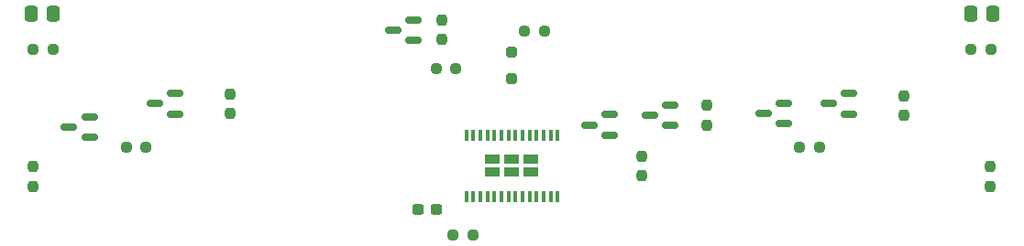
<source format=gbr>
%TF.GenerationSoftware,KiCad,Pcbnew,8.0.0*%
%TF.CreationDate,2024-11-21T20:10:56+00:00*%
%TF.ProjectId,display-board,64697370-6c61-4792-9d62-6f6172642e6b,rev?*%
%TF.SameCoordinates,Original*%
%TF.FileFunction,Paste,Bot*%
%TF.FilePolarity,Positive*%
%FSLAX46Y46*%
G04 Gerber Fmt 4.6, Leading zero omitted, Abs format (unit mm)*
G04 Created by KiCad (PCBNEW 8.0.0) date 2024-11-21 20:10:56*
%MOMM*%
%LPD*%
G01*
G04 APERTURE LIST*
G04 Aperture macros list*
%AMRoundRect*
0 Rectangle with rounded corners*
0 $1 Rounding radius*
0 $2 $3 $4 $5 $6 $7 $8 $9 X,Y pos of 4 corners*
0 Add a 4 corners polygon primitive as box body*
4,1,4,$2,$3,$4,$5,$6,$7,$8,$9,$2,$3,0*
0 Add four circle primitives for the rounded corners*
1,1,$1+$1,$2,$3*
1,1,$1+$1,$4,$5*
1,1,$1+$1,$6,$7*
1,1,$1+$1,$8,$9*
0 Add four rect primitives between the rounded corners*
20,1,$1+$1,$2,$3,$4,$5,0*
20,1,$1+$1,$4,$5,$6,$7,0*
20,1,$1+$1,$6,$7,$8,$9,0*
20,1,$1+$1,$8,$9,$2,$3,0*%
G04 Aperture macros list end*
%ADD10RoundRect,0.237500X0.237500X-0.250000X0.237500X0.250000X-0.237500X0.250000X-0.237500X-0.250000X0*%
%ADD11RoundRect,0.237500X-0.250000X-0.237500X0.250000X-0.237500X0.250000X0.237500X-0.250000X0.237500X0*%
%ADD12RoundRect,0.237500X0.250000X0.237500X-0.250000X0.237500X-0.250000X-0.237500X0.250000X-0.237500X0*%
%ADD13RoundRect,0.250000X-0.337500X-0.475000X0.337500X-0.475000X0.337500X0.475000X-0.337500X0.475000X0*%
%ADD14RoundRect,0.250000X0.337500X0.475000X-0.337500X0.475000X-0.337500X-0.475000X0.337500X-0.475000X0*%
%ADD15RoundRect,0.237500X0.300000X0.237500X-0.300000X0.237500X-0.300000X-0.237500X0.300000X-0.237500X0*%
%ADD16RoundRect,0.237500X-0.237500X0.250000X-0.237500X-0.250000X0.237500X-0.250000X0.237500X0.250000X0*%
%ADD17RoundRect,0.150000X0.587500X0.150000X-0.587500X0.150000X-0.587500X-0.150000X0.587500X-0.150000X0*%
%ADD18RoundRect,0.250000X0.250000X-0.250000X0.250000X0.250000X-0.250000X0.250000X-0.250000X-0.250000X0*%
%ADD19R,1.400000X0.900000*%
%ADD20R,0.400000X1.100000*%
G04 APERTURE END LIST*
D10*
%TO.C,R14*%
X55795000Y-104912500D03*
X55795000Y-103087500D03*
%TD*%
D11*
%TO.C,R13*%
X55782500Y-92200000D03*
X57607500Y-92200000D03*
%TD*%
D10*
%TO.C,R12*%
X144195500Y-103087500D03*
X144195500Y-104912500D03*
%TD*%
D12*
%TO.C,R11*%
X144207500Y-92200000D03*
X142382500Y-92200000D03*
%TD*%
D13*
%TO.C,C3*%
X57632500Y-88900000D03*
X55557500Y-88900000D03*
%TD*%
D14*
%TO.C,C2*%
X144432500Y-88900000D03*
X142357500Y-88900000D03*
%TD*%
D15*
%TO.C,C1*%
X93057500Y-107000000D03*
X91332500Y-107000000D03*
%TD*%
D16*
%TO.C,R6*%
X118000000Y-97400000D03*
X118000000Y-99225000D03*
%TD*%
%TO.C,R3*%
X136162500Y-96500000D03*
X136162500Y-98325000D03*
%TD*%
%TO.C,R9*%
X93500000Y-89487500D03*
X93500000Y-91312500D03*
%TD*%
%TO.C,R1*%
X73962500Y-96337500D03*
X73962500Y-98162500D03*
%TD*%
D17*
%TO.C,Q6*%
X109000000Y-98250000D03*
X109000000Y-100150000D03*
X107125000Y-99200000D03*
%TD*%
%TO.C,Q4*%
X125100000Y-97187500D03*
X125100000Y-99087500D03*
X123225000Y-98137500D03*
%TD*%
D11*
%TO.C,R5*%
X126587500Y-101300000D03*
X128412500Y-101300000D03*
%TD*%
D10*
%TO.C,R7*%
X112000000Y-103912500D03*
X112000000Y-102087500D03*
%TD*%
D11*
%TO.C,R2*%
X64387500Y-101300000D03*
X66212500Y-101300000D03*
%TD*%
D17*
%TO.C,Q2*%
X60975000Y-98450000D03*
X60975000Y-100350000D03*
X59100000Y-99400000D03*
%TD*%
D18*
%TO.C,D1*%
X100000000Y-94950000D03*
X100000000Y-92450000D03*
%TD*%
D11*
%TO.C,R8*%
X93000000Y-94000000D03*
X94825000Y-94000000D03*
%TD*%
%TO.C,R10*%
X101175000Y-90500000D03*
X103000000Y-90500000D03*
%TD*%
D17*
%TO.C,Q7*%
X90875000Y-89500000D03*
X90875000Y-91400000D03*
X89000000Y-90450000D03*
%TD*%
%TO.C,Q3*%
X131100000Y-96287500D03*
X131100000Y-98187500D03*
X129225000Y-97237500D03*
%TD*%
%TO.C,Q5*%
X114637500Y-97350000D03*
X114637500Y-99250000D03*
X112762500Y-98300000D03*
%TD*%
%TO.C,Q1*%
X68900000Y-96287500D03*
X68900000Y-98187500D03*
X67025000Y-97237500D03*
%TD*%
D19*
%TO.C,U1*%
X101780000Y-102400000D03*
X100000000Y-102400000D03*
X98220000Y-102400000D03*
X101780000Y-103600000D03*
X100000000Y-103600000D03*
X98220000Y-103600000D03*
D20*
X95775000Y-100150000D03*
X96425000Y-100150000D03*
X97075000Y-100150000D03*
X97725000Y-100150000D03*
X98375000Y-100150000D03*
X99025000Y-100150000D03*
X99675000Y-100150000D03*
X100325000Y-100150000D03*
X100975000Y-100150000D03*
X101625000Y-100150000D03*
X102275000Y-100150000D03*
X102925000Y-100150000D03*
X103575000Y-100150000D03*
X104225000Y-100150000D03*
X104225000Y-105850000D03*
X103575000Y-105850000D03*
X102925000Y-105850000D03*
X102275000Y-105850000D03*
X101625000Y-105850000D03*
X100975000Y-105850000D03*
X100325000Y-105850000D03*
X99675000Y-105850000D03*
X99025000Y-105850000D03*
X98375000Y-105850000D03*
X97725000Y-105850000D03*
X97075000Y-105850000D03*
X96425000Y-105850000D03*
X95775000Y-105850000D03*
%TD*%
D12*
%TO.C,R4*%
X96407500Y-109400000D03*
X94582500Y-109400000D03*
%TD*%
M02*

</source>
